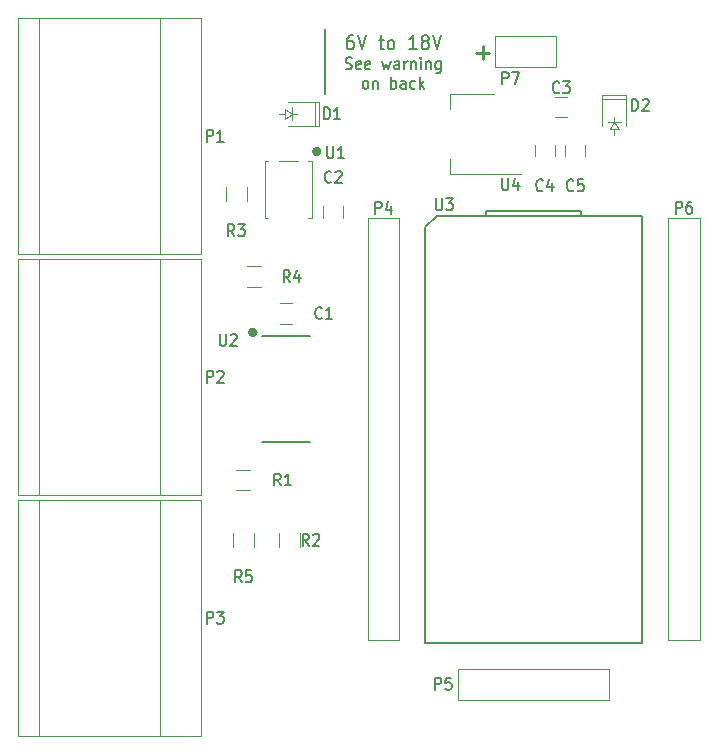
<source format=gto>
G04 #@! TF.FileFunction,Legend,Top*
%FSLAX46Y46*%
G04 Gerber Fmt 4.6, Leading zero omitted, Abs format (unit mm)*
G04 Created by KiCad (PCBNEW 4.0.4-stable) date Thursday, April 12, 2018 'PMt' 12:11:18 PM*
%MOMM*%
%LPD*%
G01*
G04 APERTURE LIST*
%ADD10C,0.100000*%
%ADD11C,0.150000*%
%ADD12C,0.200000*%
%ADD13C,0.250000*%
%ADD14C,0.120000*%
%ADD15C,0.152400*%
%ADD16C,0.400000*%
G04 APERTURE END LIST*
D10*
D11*
X78060833Y-54379762D02*
X78191833Y-54427381D01*
X78410166Y-54427381D01*
X78497499Y-54379762D01*
X78541166Y-54332143D01*
X78584833Y-54236905D01*
X78584833Y-54141667D01*
X78541166Y-54046429D01*
X78497499Y-53998810D01*
X78410166Y-53951190D01*
X78235499Y-53903571D01*
X78148166Y-53855952D01*
X78104499Y-53808333D01*
X78060833Y-53713095D01*
X78060833Y-53617857D01*
X78104499Y-53522619D01*
X78148166Y-53475000D01*
X78235499Y-53427381D01*
X78453833Y-53427381D01*
X78584833Y-53475000D01*
X79327166Y-54379762D02*
X79239832Y-54427381D01*
X79065166Y-54427381D01*
X78977832Y-54379762D01*
X78934166Y-54284524D01*
X78934166Y-53903571D01*
X78977832Y-53808333D01*
X79065166Y-53760714D01*
X79239832Y-53760714D01*
X79327166Y-53808333D01*
X79370832Y-53903571D01*
X79370832Y-53998810D01*
X78934166Y-54094048D01*
X80113166Y-54379762D02*
X80025832Y-54427381D01*
X79851166Y-54427381D01*
X79763832Y-54379762D01*
X79720166Y-54284524D01*
X79720166Y-53903571D01*
X79763832Y-53808333D01*
X79851166Y-53760714D01*
X80025832Y-53760714D01*
X80113166Y-53808333D01*
X80156832Y-53903571D01*
X80156832Y-53998810D01*
X79720166Y-54094048D01*
X81161166Y-53760714D02*
X81335833Y-54427381D01*
X81510499Y-53951190D01*
X81685166Y-54427381D01*
X81859833Y-53760714D01*
X82602166Y-54427381D02*
X82602166Y-53903571D01*
X82558500Y-53808333D01*
X82471166Y-53760714D01*
X82296500Y-53760714D01*
X82209166Y-53808333D01*
X82602166Y-54379762D02*
X82514833Y-54427381D01*
X82296500Y-54427381D01*
X82209166Y-54379762D01*
X82165500Y-54284524D01*
X82165500Y-54189286D01*
X82209166Y-54094048D01*
X82296500Y-54046429D01*
X82514833Y-54046429D01*
X82602166Y-53998810D01*
X83038833Y-54427381D02*
X83038833Y-53760714D01*
X83038833Y-53951190D02*
X83082500Y-53855952D01*
X83126167Y-53808333D01*
X83213500Y-53760714D01*
X83300833Y-53760714D01*
X83606500Y-53760714D02*
X83606500Y-54427381D01*
X83606500Y-53855952D02*
X83650167Y-53808333D01*
X83737500Y-53760714D01*
X83868500Y-53760714D01*
X83955834Y-53808333D01*
X83999500Y-53903571D01*
X83999500Y-54427381D01*
X84436167Y-54427381D02*
X84436167Y-53760714D01*
X84436167Y-53427381D02*
X84392501Y-53475000D01*
X84436167Y-53522619D01*
X84479834Y-53475000D01*
X84436167Y-53427381D01*
X84436167Y-53522619D01*
X84872834Y-53760714D02*
X84872834Y-54427381D01*
X84872834Y-53855952D02*
X84916501Y-53808333D01*
X85003834Y-53760714D01*
X85134834Y-53760714D01*
X85222168Y-53808333D01*
X85265834Y-53903571D01*
X85265834Y-54427381D01*
X86095501Y-53760714D02*
X86095501Y-54570238D01*
X86051835Y-54665476D01*
X86008168Y-54713095D01*
X85920835Y-54760714D01*
X85789835Y-54760714D01*
X85702501Y-54713095D01*
X86095501Y-54379762D02*
X86008168Y-54427381D01*
X85833501Y-54427381D01*
X85746168Y-54379762D01*
X85702501Y-54332143D01*
X85658835Y-54236905D01*
X85658835Y-53951190D01*
X85702501Y-53855952D01*
X85746168Y-53808333D01*
X85833501Y-53760714D01*
X86008168Y-53760714D01*
X86095501Y-53808333D01*
X79676499Y-56077381D02*
X79589166Y-56029762D01*
X79545499Y-55982143D01*
X79501833Y-55886905D01*
X79501833Y-55601190D01*
X79545499Y-55505952D01*
X79589166Y-55458333D01*
X79676499Y-55410714D01*
X79807499Y-55410714D01*
X79894833Y-55458333D01*
X79938499Y-55505952D01*
X79982166Y-55601190D01*
X79982166Y-55886905D01*
X79938499Y-55982143D01*
X79894833Y-56029762D01*
X79807499Y-56077381D01*
X79676499Y-56077381D01*
X80375166Y-55410714D02*
X80375166Y-56077381D01*
X80375166Y-55505952D02*
X80418833Y-55458333D01*
X80506166Y-55410714D01*
X80637166Y-55410714D01*
X80724500Y-55458333D01*
X80768166Y-55553571D01*
X80768166Y-56077381D01*
X81903500Y-56077381D02*
X81903500Y-55077381D01*
X81903500Y-55458333D02*
X81990834Y-55410714D01*
X82165500Y-55410714D01*
X82252834Y-55458333D01*
X82296500Y-55505952D01*
X82340167Y-55601190D01*
X82340167Y-55886905D01*
X82296500Y-55982143D01*
X82252834Y-56029762D01*
X82165500Y-56077381D01*
X81990834Y-56077381D01*
X81903500Y-56029762D01*
X83126167Y-56077381D02*
X83126167Y-55553571D01*
X83082501Y-55458333D01*
X82995167Y-55410714D01*
X82820501Y-55410714D01*
X82733167Y-55458333D01*
X83126167Y-56029762D02*
X83038834Y-56077381D01*
X82820501Y-56077381D01*
X82733167Y-56029762D01*
X82689501Y-55934524D01*
X82689501Y-55839286D01*
X82733167Y-55744048D01*
X82820501Y-55696429D01*
X83038834Y-55696429D01*
X83126167Y-55648810D01*
X83955834Y-56029762D02*
X83868501Y-56077381D01*
X83693834Y-56077381D01*
X83606501Y-56029762D01*
X83562834Y-55982143D01*
X83519168Y-55886905D01*
X83519168Y-55601190D01*
X83562834Y-55505952D01*
X83606501Y-55458333D01*
X83693834Y-55410714D01*
X83868501Y-55410714D01*
X83955834Y-55458333D01*
X84348834Y-56077381D02*
X84348834Y-55077381D01*
X84436168Y-55696429D02*
X84698168Y-56077381D01*
X84698168Y-55410714D02*
X84348834Y-55791667D01*
D12*
X76300000Y-51000000D02*
X76300000Y-56500000D01*
X78669048Y-51542857D02*
X78459525Y-51542857D01*
X78354763Y-51600000D01*
X78302382Y-51657143D01*
X78197620Y-51828571D01*
X78145239Y-52057143D01*
X78145239Y-52514286D01*
X78197620Y-52628571D01*
X78250001Y-52685714D01*
X78354763Y-52742857D01*
X78564286Y-52742857D01*
X78669048Y-52685714D01*
X78721429Y-52628571D01*
X78773810Y-52514286D01*
X78773810Y-52228571D01*
X78721429Y-52114286D01*
X78669048Y-52057143D01*
X78564286Y-52000000D01*
X78354763Y-52000000D01*
X78250001Y-52057143D01*
X78197620Y-52114286D01*
X78145239Y-52228571D01*
X79088096Y-51542857D02*
X79454763Y-52742857D01*
X79821429Y-51542857D01*
X80869048Y-51942857D02*
X81288096Y-51942857D01*
X81026191Y-51542857D02*
X81026191Y-52571429D01*
X81078572Y-52685714D01*
X81183334Y-52742857D01*
X81288096Y-52742857D01*
X81811905Y-52742857D02*
X81707143Y-52685714D01*
X81654762Y-52628571D01*
X81602381Y-52514286D01*
X81602381Y-52171429D01*
X81654762Y-52057143D01*
X81707143Y-52000000D01*
X81811905Y-51942857D01*
X81969047Y-51942857D01*
X82073809Y-52000000D01*
X82126190Y-52057143D01*
X82178571Y-52171429D01*
X82178571Y-52514286D01*
X82126190Y-52628571D01*
X82073809Y-52685714D01*
X81969047Y-52742857D01*
X81811905Y-52742857D01*
X84064285Y-52742857D02*
X83435714Y-52742857D01*
X83750000Y-52742857D02*
X83750000Y-51542857D01*
X83645238Y-51714286D01*
X83540476Y-51828571D01*
X83435714Y-51885714D01*
X84692857Y-52057143D02*
X84588095Y-52000000D01*
X84535714Y-51942857D01*
X84483333Y-51828571D01*
X84483333Y-51771429D01*
X84535714Y-51657143D01*
X84588095Y-51600000D01*
X84692857Y-51542857D01*
X84902380Y-51542857D01*
X85007142Y-51600000D01*
X85059523Y-51657143D01*
X85111904Y-51771429D01*
X85111904Y-51828571D01*
X85059523Y-51942857D01*
X85007142Y-52000000D01*
X84902380Y-52057143D01*
X84692857Y-52057143D01*
X84588095Y-52114286D01*
X84535714Y-52171429D01*
X84483333Y-52285714D01*
X84483333Y-52514286D01*
X84535714Y-52628571D01*
X84588095Y-52685714D01*
X84692857Y-52742857D01*
X84902380Y-52742857D01*
X85007142Y-52685714D01*
X85059523Y-52628571D01*
X85111904Y-52514286D01*
X85111904Y-52285714D01*
X85059523Y-52171429D01*
X85007142Y-52114286D01*
X84902380Y-52057143D01*
X85426190Y-51542857D02*
X85792857Y-52742857D01*
X86159523Y-51542857D01*
D13*
X89125000Y-53007143D02*
X90172619Y-53007143D01*
X89648809Y-53578571D02*
X89648809Y-52435714D01*
D14*
X72500000Y-75950000D02*
X73500000Y-75950000D01*
X73500000Y-74250000D02*
X72500000Y-74250000D01*
X75450000Y-59200000D02*
X75450000Y-57200000D01*
D10*
X72950000Y-58200000D02*
X72450000Y-58200000D01*
X72950000Y-57800000D02*
X73550000Y-58200000D01*
X72950000Y-58600000D02*
X72950000Y-57800000D01*
X73550000Y-58200000D02*
X72950000Y-58600000D01*
X73550000Y-57650000D02*
X73550000Y-58750000D01*
X73950000Y-58200000D02*
X73550000Y-58200000D01*
D14*
X75800000Y-57200000D02*
X73200000Y-57200000D01*
X75800000Y-59200000D02*
X73200000Y-59200000D01*
X75800000Y-59200000D02*
X75800000Y-57200000D01*
X79930000Y-67050000D02*
X79930000Y-102730000D01*
X79930000Y-102730000D02*
X82590000Y-102730000D01*
X82590000Y-102730000D02*
X82590000Y-67050000D01*
X79930000Y-67050000D02*
X82590000Y-67050000D01*
X87570000Y-107830000D02*
X100390000Y-107830000D01*
X100390000Y-107830000D02*
X100390000Y-105170000D01*
X100390000Y-105170000D02*
X87570000Y-105170000D01*
X87570000Y-107830000D02*
X87570000Y-105170000D01*
X105370000Y-67050000D02*
X105370000Y-102730000D01*
X105370000Y-102730000D02*
X108030000Y-102730000D01*
X108030000Y-102730000D02*
X108030000Y-67050000D01*
X105370000Y-67050000D02*
X108030000Y-67050000D01*
D15*
X85790000Y-66810000D02*
X84790000Y-67810000D01*
X85790000Y-66810000D02*
X103170000Y-66810000D01*
X103170000Y-66810000D02*
X103170000Y-102970000D01*
X103170000Y-102970000D02*
X84790000Y-102970000D01*
X84790000Y-102970000D02*
X84790000Y-67810000D01*
X89950000Y-66410000D02*
X89950000Y-66810000D01*
X89950000Y-66410000D02*
X98010000Y-66410000D01*
X98010000Y-66410000D02*
X98010000Y-66810000D01*
D14*
X76150000Y-66000000D02*
X76150000Y-67000000D01*
X77850000Y-67000000D02*
X77850000Y-66000000D01*
X96800000Y-56750000D02*
X95800000Y-56750000D01*
X95800000Y-58450000D02*
X96800000Y-58450000D01*
X95750000Y-61800000D02*
X95750000Y-60800000D01*
X94050000Y-60800000D02*
X94050000Y-61800000D01*
X98350000Y-61800000D02*
X98350000Y-60800000D01*
X96650000Y-60800000D02*
X96650000Y-61800000D01*
X101800000Y-56950000D02*
X99800000Y-56950000D01*
D10*
X100800000Y-59450000D02*
X100800000Y-59950000D01*
X100400000Y-59450000D02*
X100800000Y-58850000D01*
X101200000Y-59450000D02*
X100400000Y-59450000D01*
X100800000Y-58850000D02*
X101200000Y-59450000D01*
X100250000Y-58850000D02*
X101350000Y-58850000D01*
X100800000Y-58450000D02*
X100800000Y-58850000D01*
D14*
X99800000Y-56600000D02*
X99800000Y-59200000D01*
X101800000Y-56600000D02*
X101800000Y-59200000D01*
X101800000Y-56600000D02*
X99800000Y-56600000D01*
D16*
X75800000Y-61400000D02*
G75*
G03X75800000Y-61400000I-200000J0D01*
G01*
D14*
X72400000Y-62200000D02*
X74000000Y-62200000D01*
X71500000Y-67000000D02*
X71200000Y-67000000D01*
X71200000Y-67000000D02*
X71200000Y-62200000D01*
X71200000Y-62200000D02*
X71500000Y-62200000D01*
X74900000Y-62200000D02*
X75200000Y-62200000D01*
X75200000Y-62200000D02*
X75200000Y-67000000D01*
X75200000Y-67000000D02*
X74900000Y-67000000D01*
X86890000Y-56490000D02*
X86890000Y-57750000D01*
X86890000Y-63310000D02*
X86890000Y-62050000D01*
X90650000Y-56490000D02*
X86890000Y-56490000D01*
X92900000Y-63310000D02*
X86890000Y-63310000D01*
D16*
X70400000Y-76700000D02*
G75*
G03X70400000Y-76700000I-200000J0D01*
G01*
D11*
X71000000Y-77000000D02*
X75000000Y-77000000D01*
X71000000Y-86000000D02*
X75000000Y-86000000D01*
D14*
X69680000Y-64400000D02*
X69680000Y-65600000D01*
X67920000Y-65600000D02*
X67920000Y-64400000D01*
X70900000Y-72880000D02*
X69700000Y-72880000D01*
X69700000Y-71120000D02*
X70900000Y-71120000D01*
X68800000Y-88320000D02*
X70000000Y-88320000D01*
X70000000Y-90080000D02*
X68800000Y-90080000D01*
X70280000Y-93700000D02*
X70280000Y-94900000D01*
X68520000Y-94900000D02*
X68520000Y-93700000D01*
X72420000Y-94900000D02*
X72420000Y-93700000D01*
X74180000Y-93700000D02*
X74180000Y-94900000D01*
X90670000Y-54230000D02*
X95870000Y-54230000D01*
X90670000Y-51570000D02*
X90670000Y-54230000D01*
X95870000Y-51570000D02*
X90670000Y-51570000D01*
X95870000Y-54230000D02*
X95870000Y-51570000D01*
X65800000Y-70100000D02*
X50300000Y-70100000D01*
X65800000Y-50100000D02*
X50300000Y-50100000D01*
X50300000Y-70100000D02*
X50300000Y-50100000D01*
X52100000Y-70100000D02*
X52100000Y-50100000D01*
X62300000Y-70100000D02*
X62300000Y-50100000D01*
X65800000Y-70100000D02*
X65800000Y-50100000D01*
X65800000Y-90500000D02*
X50300000Y-90500000D01*
X65800000Y-70500000D02*
X50300000Y-70500000D01*
X50300000Y-90500000D02*
X50300000Y-70500000D01*
X52100000Y-90500000D02*
X52100000Y-70500000D01*
X62300000Y-90500000D02*
X62300000Y-70500000D01*
X65800000Y-90500000D02*
X65800000Y-70500000D01*
X65800000Y-110900000D02*
X50300000Y-110900000D01*
X65800000Y-90900000D02*
X50300000Y-90900000D01*
X50300000Y-110900000D02*
X50300000Y-90900000D01*
X52100000Y-110900000D02*
X52100000Y-90900000D01*
X62300000Y-110900000D02*
X62300000Y-90900000D01*
X65800000Y-110900000D02*
X65800000Y-90900000D01*
D11*
X76047167Y-75457143D02*
X76003501Y-75504762D01*
X75872501Y-75552381D01*
X75785167Y-75552381D01*
X75654167Y-75504762D01*
X75566834Y-75409524D01*
X75523167Y-75314286D01*
X75479501Y-75123810D01*
X75479501Y-74980952D01*
X75523167Y-74790476D01*
X75566834Y-74695238D01*
X75654167Y-74600000D01*
X75785167Y-74552381D01*
X75872501Y-74552381D01*
X76003501Y-74600000D01*
X76047167Y-74647619D01*
X76920501Y-75552381D02*
X76396501Y-75552381D01*
X76658501Y-75552381D02*
X76658501Y-74552381D01*
X76571167Y-74695238D01*
X76483834Y-74790476D01*
X76396501Y-74838095D01*
X76223167Y-58652381D02*
X76223167Y-57652381D01*
X76441501Y-57652381D01*
X76572501Y-57700000D01*
X76659834Y-57795238D01*
X76703501Y-57890476D01*
X76747167Y-58080952D01*
X76747167Y-58223810D01*
X76703501Y-58414286D01*
X76659834Y-58509524D01*
X76572501Y-58604762D01*
X76441501Y-58652381D01*
X76223167Y-58652381D01*
X77620501Y-58652381D02*
X77096501Y-58652381D01*
X77358501Y-58652381D02*
X77358501Y-57652381D01*
X77271167Y-57795238D01*
X77183834Y-57890476D01*
X77096501Y-57938095D01*
X80583167Y-66652381D02*
X80583167Y-65652381D01*
X80932501Y-65652381D01*
X81019834Y-65700000D01*
X81063501Y-65747619D01*
X81107167Y-65842857D01*
X81107167Y-65985714D01*
X81063501Y-66080952D01*
X81019834Y-66128571D01*
X80932501Y-66176190D01*
X80583167Y-66176190D01*
X81893167Y-65985714D02*
X81893167Y-66652381D01*
X81674834Y-65604762D02*
X81456501Y-66319048D01*
X82024167Y-66319048D01*
X85623167Y-106952381D02*
X85623167Y-105952381D01*
X85972501Y-105952381D01*
X86059834Y-106000000D01*
X86103501Y-106047619D01*
X86147167Y-106142857D01*
X86147167Y-106285714D01*
X86103501Y-106380952D01*
X86059834Y-106428571D01*
X85972501Y-106476190D01*
X85623167Y-106476190D01*
X86976834Y-105952381D02*
X86540167Y-105952381D01*
X86496501Y-106428571D01*
X86540167Y-106380952D01*
X86627501Y-106333333D01*
X86845834Y-106333333D01*
X86933167Y-106380952D01*
X86976834Y-106428571D01*
X87020501Y-106523810D01*
X87020501Y-106761905D01*
X86976834Y-106857143D01*
X86933167Y-106904762D01*
X86845834Y-106952381D01*
X86627501Y-106952381D01*
X86540167Y-106904762D01*
X86496501Y-106857143D01*
X106023167Y-66652381D02*
X106023167Y-65652381D01*
X106372501Y-65652381D01*
X106459834Y-65700000D01*
X106503501Y-65747619D01*
X106547167Y-65842857D01*
X106547167Y-65985714D01*
X106503501Y-66080952D01*
X106459834Y-66128571D01*
X106372501Y-66176190D01*
X106023167Y-66176190D01*
X107333167Y-65652381D02*
X107158501Y-65652381D01*
X107071167Y-65700000D01*
X107027501Y-65747619D01*
X106940167Y-65890476D01*
X106896501Y-66080952D01*
X106896501Y-66461905D01*
X106940167Y-66557143D01*
X106983834Y-66604762D01*
X107071167Y-66652381D01*
X107245834Y-66652381D01*
X107333167Y-66604762D01*
X107376834Y-66557143D01*
X107420501Y-66461905D01*
X107420501Y-66223810D01*
X107376834Y-66128571D01*
X107333167Y-66080952D01*
X107245834Y-66033333D01*
X107071167Y-66033333D01*
X106983834Y-66080952D01*
X106940167Y-66128571D01*
X106896501Y-66223810D01*
X85701333Y-65352381D02*
X85701333Y-66161905D01*
X85745000Y-66257143D01*
X85788667Y-66304762D01*
X85876000Y-66352381D01*
X86050667Y-66352381D01*
X86138000Y-66304762D01*
X86181667Y-66257143D01*
X86225333Y-66161905D01*
X86225333Y-65352381D01*
X86574667Y-65352381D02*
X87142334Y-65352381D01*
X86836667Y-65733333D01*
X86967667Y-65733333D01*
X87055000Y-65780952D01*
X87098667Y-65828571D01*
X87142334Y-65923810D01*
X87142334Y-66161905D01*
X87098667Y-66257143D01*
X87055000Y-66304762D01*
X86967667Y-66352381D01*
X86705667Y-66352381D01*
X86618334Y-66304762D01*
X86574667Y-66257143D01*
X76847167Y-63957143D02*
X76803501Y-64004762D01*
X76672501Y-64052381D01*
X76585167Y-64052381D01*
X76454167Y-64004762D01*
X76366834Y-63909524D01*
X76323167Y-63814286D01*
X76279501Y-63623810D01*
X76279501Y-63480952D01*
X76323167Y-63290476D01*
X76366834Y-63195238D01*
X76454167Y-63100000D01*
X76585167Y-63052381D01*
X76672501Y-63052381D01*
X76803501Y-63100000D01*
X76847167Y-63147619D01*
X77196501Y-63147619D02*
X77240167Y-63100000D01*
X77327501Y-63052381D01*
X77545834Y-63052381D01*
X77633167Y-63100000D01*
X77676834Y-63147619D01*
X77720501Y-63242857D01*
X77720501Y-63338095D01*
X77676834Y-63480952D01*
X77152834Y-64052381D01*
X77720501Y-64052381D01*
X96147167Y-56357143D02*
X96103501Y-56404762D01*
X95972501Y-56452381D01*
X95885167Y-56452381D01*
X95754167Y-56404762D01*
X95666834Y-56309524D01*
X95623167Y-56214286D01*
X95579501Y-56023810D01*
X95579501Y-55880952D01*
X95623167Y-55690476D01*
X95666834Y-55595238D01*
X95754167Y-55500000D01*
X95885167Y-55452381D01*
X95972501Y-55452381D01*
X96103501Y-55500000D01*
X96147167Y-55547619D01*
X96452834Y-55452381D02*
X97020501Y-55452381D01*
X96714834Y-55833333D01*
X96845834Y-55833333D01*
X96933167Y-55880952D01*
X96976834Y-55928571D01*
X97020501Y-56023810D01*
X97020501Y-56261905D01*
X96976834Y-56357143D01*
X96933167Y-56404762D01*
X96845834Y-56452381D01*
X96583834Y-56452381D01*
X96496501Y-56404762D01*
X96452834Y-56357143D01*
X94747167Y-64657143D02*
X94703501Y-64704762D01*
X94572501Y-64752381D01*
X94485167Y-64752381D01*
X94354167Y-64704762D01*
X94266834Y-64609524D01*
X94223167Y-64514286D01*
X94179501Y-64323810D01*
X94179501Y-64180952D01*
X94223167Y-63990476D01*
X94266834Y-63895238D01*
X94354167Y-63800000D01*
X94485167Y-63752381D01*
X94572501Y-63752381D01*
X94703501Y-63800000D01*
X94747167Y-63847619D01*
X95533167Y-64085714D02*
X95533167Y-64752381D01*
X95314834Y-63704762D02*
X95096501Y-64419048D01*
X95664167Y-64419048D01*
X97347167Y-64657143D02*
X97303501Y-64704762D01*
X97172501Y-64752381D01*
X97085167Y-64752381D01*
X96954167Y-64704762D01*
X96866834Y-64609524D01*
X96823167Y-64514286D01*
X96779501Y-64323810D01*
X96779501Y-64180952D01*
X96823167Y-63990476D01*
X96866834Y-63895238D01*
X96954167Y-63800000D01*
X97085167Y-63752381D01*
X97172501Y-63752381D01*
X97303501Y-63800000D01*
X97347167Y-63847619D01*
X98176834Y-63752381D02*
X97740167Y-63752381D01*
X97696501Y-64228571D01*
X97740167Y-64180952D01*
X97827501Y-64133333D01*
X98045834Y-64133333D01*
X98133167Y-64180952D01*
X98176834Y-64228571D01*
X98220501Y-64323810D01*
X98220501Y-64561905D01*
X98176834Y-64657143D01*
X98133167Y-64704762D01*
X98045834Y-64752381D01*
X97827501Y-64752381D01*
X97740167Y-64704762D01*
X97696501Y-64657143D01*
X102323167Y-57952381D02*
X102323167Y-56952381D01*
X102541501Y-56952381D01*
X102672501Y-57000000D01*
X102759834Y-57095238D01*
X102803501Y-57190476D01*
X102847167Y-57380952D01*
X102847167Y-57523810D01*
X102803501Y-57714286D01*
X102759834Y-57809524D01*
X102672501Y-57904762D01*
X102541501Y-57952381D01*
X102323167Y-57952381D01*
X103196501Y-57047619D02*
X103240167Y-57000000D01*
X103327501Y-56952381D01*
X103545834Y-56952381D01*
X103633167Y-57000000D01*
X103676834Y-57047619D01*
X103720501Y-57142857D01*
X103720501Y-57238095D01*
X103676834Y-57380952D01*
X103152834Y-57952381D01*
X103720501Y-57952381D01*
X76501333Y-60952381D02*
X76501333Y-61761905D01*
X76545000Y-61857143D01*
X76588667Y-61904762D01*
X76676000Y-61952381D01*
X76850667Y-61952381D01*
X76938000Y-61904762D01*
X76981667Y-61857143D01*
X77025333Y-61761905D01*
X77025333Y-60952381D01*
X77942334Y-61952381D02*
X77418334Y-61952381D01*
X77680334Y-61952381D02*
X77680334Y-60952381D01*
X77593000Y-61095238D01*
X77505667Y-61190476D01*
X77418334Y-61238095D01*
X91301333Y-63652381D02*
X91301333Y-64461905D01*
X91345000Y-64557143D01*
X91388667Y-64604762D01*
X91476000Y-64652381D01*
X91650667Y-64652381D01*
X91738000Y-64604762D01*
X91781667Y-64557143D01*
X91825333Y-64461905D01*
X91825333Y-63652381D01*
X92655000Y-63985714D02*
X92655000Y-64652381D01*
X92436667Y-63604762D02*
X92218334Y-64319048D01*
X92786000Y-64319048D01*
X67401333Y-76852381D02*
X67401333Y-77661905D01*
X67445000Y-77757143D01*
X67488667Y-77804762D01*
X67576000Y-77852381D01*
X67750667Y-77852381D01*
X67838000Y-77804762D01*
X67881667Y-77757143D01*
X67925333Y-77661905D01*
X67925333Y-76852381D01*
X68318334Y-76947619D02*
X68362000Y-76900000D01*
X68449334Y-76852381D01*
X68667667Y-76852381D01*
X68755000Y-76900000D01*
X68798667Y-76947619D01*
X68842334Y-77042857D01*
X68842334Y-77138095D01*
X68798667Y-77280952D01*
X68274667Y-77852381D01*
X68842334Y-77852381D01*
X68647167Y-68552381D02*
X68341501Y-68076190D01*
X68123167Y-68552381D02*
X68123167Y-67552381D01*
X68472501Y-67552381D01*
X68559834Y-67600000D01*
X68603501Y-67647619D01*
X68647167Y-67742857D01*
X68647167Y-67885714D01*
X68603501Y-67980952D01*
X68559834Y-68028571D01*
X68472501Y-68076190D01*
X68123167Y-68076190D01*
X68952834Y-67552381D02*
X69520501Y-67552381D01*
X69214834Y-67933333D01*
X69345834Y-67933333D01*
X69433167Y-67980952D01*
X69476834Y-68028571D01*
X69520501Y-68123810D01*
X69520501Y-68361905D01*
X69476834Y-68457143D01*
X69433167Y-68504762D01*
X69345834Y-68552381D01*
X69083834Y-68552381D01*
X68996501Y-68504762D01*
X68952834Y-68457143D01*
X73347167Y-72452381D02*
X73041501Y-71976190D01*
X72823167Y-72452381D02*
X72823167Y-71452381D01*
X73172501Y-71452381D01*
X73259834Y-71500000D01*
X73303501Y-71547619D01*
X73347167Y-71642857D01*
X73347167Y-71785714D01*
X73303501Y-71880952D01*
X73259834Y-71928571D01*
X73172501Y-71976190D01*
X72823167Y-71976190D01*
X74133167Y-71785714D02*
X74133167Y-72452381D01*
X73914834Y-71404762D02*
X73696501Y-72119048D01*
X74264167Y-72119048D01*
X72547167Y-89652381D02*
X72241501Y-89176190D01*
X72023167Y-89652381D02*
X72023167Y-88652381D01*
X72372501Y-88652381D01*
X72459834Y-88700000D01*
X72503501Y-88747619D01*
X72547167Y-88842857D01*
X72547167Y-88985714D01*
X72503501Y-89080952D01*
X72459834Y-89128571D01*
X72372501Y-89176190D01*
X72023167Y-89176190D01*
X73420501Y-89652381D02*
X72896501Y-89652381D01*
X73158501Y-89652381D02*
X73158501Y-88652381D01*
X73071167Y-88795238D01*
X72983834Y-88890476D01*
X72896501Y-88938095D01*
X69247167Y-97852381D02*
X68941501Y-97376190D01*
X68723167Y-97852381D02*
X68723167Y-96852381D01*
X69072501Y-96852381D01*
X69159834Y-96900000D01*
X69203501Y-96947619D01*
X69247167Y-97042857D01*
X69247167Y-97185714D01*
X69203501Y-97280952D01*
X69159834Y-97328571D01*
X69072501Y-97376190D01*
X68723167Y-97376190D01*
X70076834Y-96852381D02*
X69640167Y-96852381D01*
X69596501Y-97328571D01*
X69640167Y-97280952D01*
X69727501Y-97233333D01*
X69945834Y-97233333D01*
X70033167Y-97280952D01*
X70076834Y-97328571D01*
X70120501Y-97423810D01*
X70120501Y-97661905D01*
X70076834Y-97757143D01*
X70033167Y-97804762D01*
X69945834Y-97852381D01*
X69727501Y-97852381D01*
X69640167Y-97804762D01*
X69596501Y-97757143D01*
X74947167Y-94752381D02*
X74641501Y-94276190D01*
X74423167Y-94752381D02*
X74423167Y-93752381D01*
X74772501Y-93752381D01*
X74859834Y-93800000D01*
X74903501Y-93847619D01*
X74947167Y-93942857D01*
X74947167Y-94085714D01*
X74903501Y-94180952D01*
X74859834Y-94228571D01*
X74772501Y-94276190D01*
X74423167Y-94276190D01*
X75296501Y-93847619D02*
X75340167Y-93800000D01*
X75427501Y-93752381D01*
X75645834Y-93752381D01*
X75733167Y-93800000D01*
X75776834Y-93847619D01*
X75820501Y-93942857D01*
X75820501Y-94038095D01*
X75776834Y-94180952D01*
X75252834Y-94752381D01*
X75820501Y-94752381D01*
X91323167Y-55652381D02*
X91323167Y-54652381D01*
X91672501Y-54652381D01*
X91759834Y-54700000D01*
X91803501Y-54747619D01*
X91847167Y-54842857D01*
X91847167Y-54985714D01*
X91803501Y-55080952D01*
X91759834Y-55128571D01*
X91672501Y-55176190D01*
X91323167Y-55176190D01*
X92152834Y-54652381D02*
X92764167Y-54652381D01*
X92371167Y-55652381D01*
X66323167Y-60552381D02*
X66323167Y-59552381D01*
X66672501Y-59552381D01*
X66759834Y-59600000D01*
X66803501Y-59647619D01*
X66847167Y-59742857D01*
X66847167Y-59885714D01*
X66803501Y-59980952D01*
X66759834Y-60028571D01*
X66672501Y-60076190D01*
X66323167Y-60076190D01*
X67720501Y-60552381D02*
X67196501Y-60552381D01*
X67458501Y-60552381D02*
X67458501Y-59552381D01*
X67371167Y-59695238D01*
X67283834Y-59790476D01*
X67196501Y-59838095D01*
X66323167Y-80952381D02*
X66323167Y-79952381D01*
X66672501Y-79952381D01*
X66759834Y-80000000D01*
X66803501Y-80047619D01*
X66847167Y-80142857D01*
X66847167Y-80285714D01*
X66803501Y-80380952D01*
X66759834Y-80428571D01*
X66672501Y-80476190D01*
X66323167Y-80476190D01*
X67196501Y-80047619D02*
X67240167Y-80000000D01*
X67327501Y-79952381D01*
X67545834Y-79952381D01*
X67633167Y-80000000D01*
X67676834Y-80047619D01*
X67720501Y-80142857D01*
X67720501Y-80238095D01*
X67676834Y-80380952D01*
X67152834Y-80952381D01*
X67720501Y-80952381D01*
X66323167Y-101352381D02*
X66323167Y-100352381D01*
X66672501Y-100352381D01*
X66759834Y-100400000D01*
X66803501Y-100447619D01*
X66847167Y-100542857D01*
X66847167Y-100685714D01*
X66803501Y-100780952D01*
X66759834Y-100828571D01*
X66672501Y-100876190D01*
X66323167Y-100876190D01*
X67152834Y-100352381D02*
X67720501Y-100352381D01*
X67414834Y-100733333D01*
X67545834Y-100733333D01*
X67633167Y-100780952D01*
X67676834Y-100828571D01*
X67720501Y-100923810D01*
X67720501Y-101161905D01*
X67676834Y-101257143D01*
X67633167Y-101304762D01*
X67545834Y-101352381D01*
X67283834Y-101352381D01*
X67196501Y-101304762D01*
X67152834Y-101257143D01*
M02*

</source>
